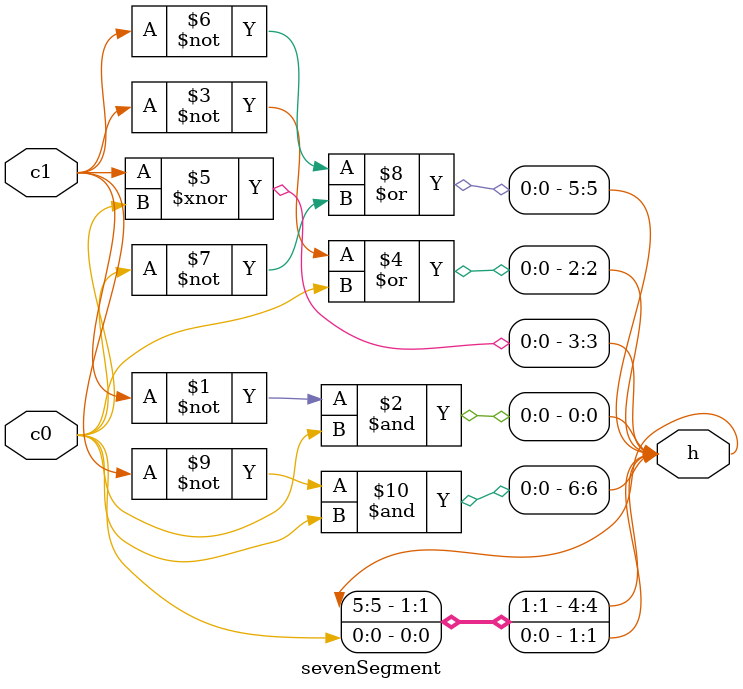
<source format=v>
module sevenSegment(input c1, input c0, output [6:0] h);
    assign h[0] = ~c1 & c0;
    assign h[1] = c0;
    assign h[2] = ~c1 | c0;
    assign h[3] = c1 ~^ c0;
    assign h[4] = ~c1 | ~c0;
    assign h[5] = h[4];
    assign h[6] = ~c1 & c0;
endmodule
</source>
